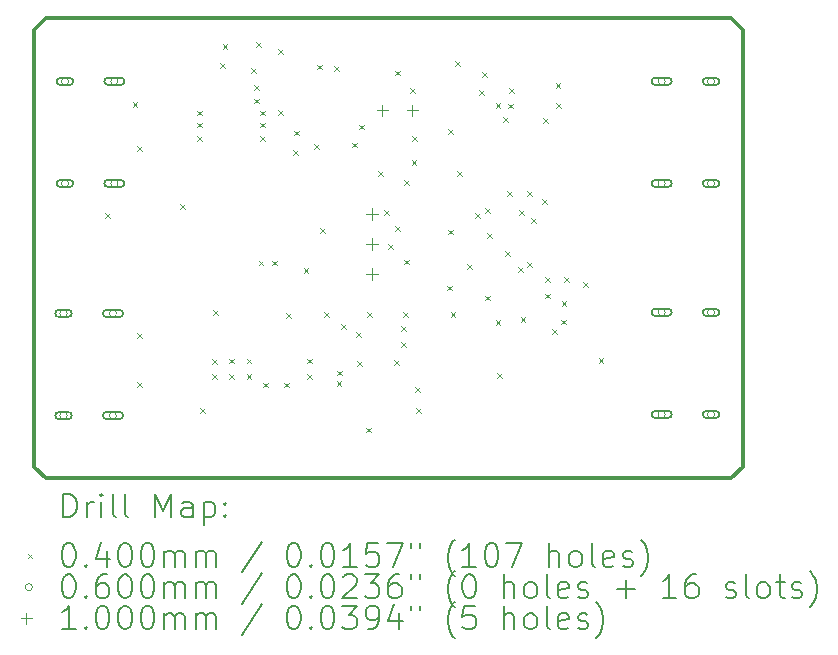
<source format=gbr>
%TF.GenerationSoftware,KiCad,Pcbnew,7.0.7*%
%TF.CreationDate,2023-09-25T17:24:35-05:00*%
%TF.ProjectId,KiVM,4b69564d-2e6b-4696-9361-645f70636258,rev?*%
%TF.SameCoordinates,Original*%
%TF.FileFunction,Drillmap*%
%TF.FilePolarity,Positive*%
%FSLAX45Y45*%
G04 Gerber Fmt 4.5, Leading zero omitted, Abs format (unit mm)*
G04 Created by KiCad (PCBNEW 7.0.7) date 2023-09-25 17:24:35*
%MOMM*%
%LPD*%
G01*
G04 APERTURE LIST*
%ADD10C,0.349999*%
%ADD11C,0.200000*%
%ADD12C,0.040000*%
%ADD13C,0.060000*%
%ADD14C,0.100000*%
G04 APERTURE END LIST*
D10*
X11898960Y-13497720D02*
X11898960Y-9797720D01*
X11998960Y-9697720D02*
X17798960Y-9697720D01*
X11998960Y-13597720D02*
X11898960Y-13497720D01*
X11998960Y-9697720D02*
X11898960Y-9797720D01*
X17898960Y-13497720D02*
X17898960Y-9797720D01*
X11998960Y-13597720D02*
X17798960Y-13597720D01*
X17798960Y-13597720D02*
X17898960Y-13497720D01*
X17798960Y-9697720D02*
X17898960Y-9797720D01*
D11*
D12*
X12497120Y-11354120D02*
X12537120Y-11394120D01*
X12537120Y-11354120D02*
X12497120Y-11394120D01*
X12730800Y-10409240D02*
X12770800Y-10449240D01*
X12770800Y-10409240D02*
X12730800Y-10449240D01*
X12771440Y-10785160D02*
X12811440Y-10825160D01*
X12811440Y-10785160D02*
X12771440Y-10825160D01*
X12771440Y-12365040D02*
X12811440Y-12405040D01*
X12811440Y-12365040D02*
X12771440Y-12405040D01*
X12771440Y-12781600D02*
X12811440Y-12821600D01*
X12811440Y-12781600D02*
X12771440Y-12821600D01*
X13132120Y-11272840D02*
X13172120Y-11312840D01*
X13172120Y-11272840D02*
X13132120Y-11312840D01*
X13276900Y-10482900D02*
X13316900Y-10522900D01*
X13316900Y-10482900D02*
X13276900Y-10522900D01*
X13276900Y-10584500D02*
X13316900Y-10624500D01*
X13316900Y-10584500D02*
X13276900Y-10624500D01*
X13276900Y-10698800D02*
X13316900Y-10738800D01*
X13316900Y-10698800D02*
X13276900Y-10738800D01*
X13299760Y-13000040D02*
X13339760Y-13040040D01*
X13339760Y-13000040D02*
X13299760Y-13040040D01*
X13401360Y-12588560D02*
X13441360Y-12628560D01*
X13441360Y-12588560D02*
X13401360Y-12628560D01*
X13401360Y-12715560D02*
X13441360Y-12755560D01*
X13441360Y-12715560D02*
X13401360Y-12755560D01*
X13411520Y-12172000D02*
X13451520Y-12212000D01*
X13451520Y-12172000D02*
X13411520Y-12212000D01*
X13472480Y-10084120D02*
X13512480Y-10124120D01*
X13512480Y-10084120D02*
X13472480Y-10124120D01*
X13492800Y-9921560D02*
X13532800Y-9961560D01*
X13532800Y-9921560D02*
X13492800Y-9961560D01*
X13548680Y-12583480D02*
X13588680Y-12623480D01*
X13588680Y-12583480D02*
X13548680Y-12623480D01*
X13548680Y-12715560D02*
X13588680Y-12755560D01*
X13588680Y-12715560D02*
X13548680Y-12755560D01*
X13696000Y-12583480D02*
X13736000Y-12623480D01*
X13736000Y-12583480D02*
X13696000Y-12623480D01*
X13696000Y-12715560D02*
X13736000Y-12755560D01*
X13736000Y-12715560D02*
X13696000Y-12755560D01*
X13731560Y-10124760D02*
X13771560Y-10164760D01*
X13771560Y-10124760D02*
X13731560Y-10164760D01*
X13759500Y-10267000D02*
X13799500Y-10307000D01*
X13799500Y-10267000D02*
X13759500Y-10307000D01*
X13759500Y-10381300D02*
X13799500Y-10421300D01*
X13799500Y-10381300D02*
X13759500Y-10421300D01*
X13777280Y-9906320D02*
X13817280Y-9946320D01*
X13817280Y-9906320D02*
X13777280Y-9946320D01*
X13797600Y-11752900D02*
X13837600Y-11792900D01*
X13837600Y-11752900D02*
X13797600Y-11792900D01*
X13810300Y-10482900D02*
X13850300Y-10522900D01*
X13850300Y-10482900D02*
X13810300Y-10522900D01*
X13810300Y-10584500D02*
X13850300Y-10624500D01*
X13850300Y-10584500D02*
X13810300Y-10624500D01*
X13810300Y-10698800D02*
X13850300Y-10738800D01*
X13850300Y-10698800D02*
X13810300Y-10738800D01*
X13838240Y-12786680D02*
X13878240Y-12826680D01*
X13878240Y-12786680D02*
X13838240Y-12826680D01*
X13911900Y-11752900D02*
X13951900Y-11792900D01*
X13951900Y-11752900D02*
X13911900Y-11792900D01*
X13960160Y-10480360D02*
X14000160Y-10520360D01*
X14000160Y-10480360D02*
X13960160Y-10520360D01*
X13965240Y-9962200D02*
X14005240Y-10002200D01*
X14005240Y-9962200D02*
X13965240Y-10002200D01*
X14016040Y-12786680D02*
X14056040Y-12826680D01*
X14056040Y-12786680D02*
X14016040Y-12826680D01*
X14031280Y-12197400D02*
X14071280Y-12237400D01*
X14071280Y-12197400D02*
X14031280Y-12237400D01*
X14092240Y-10815640D02*
X14132240Y-10855640D01*
X14132240Y-10815640D02*
X14092240Y-10855640D01*
X14097320Y-10653080D02*
X14137320Y-10693080D01*
X14137320Y-10653080D02*
X14097320Y-10693080D01*
X14178600Y-11816400D02*
X14218600Y-11856400D01*
X14218600Y-11816400D02*
X14178600Y-11856400D01*
X14209080Y-12583480D02*
X14249080Y-12623480D01*
X14249080Y-12583480D02*
X14209080Y-12623480D01*
X14209080Y-12715560D02*
X14249080Y-12755560D01*
X14249080Y-12715560D02*
X14209080Y-12755560D01*
X14264960Y-10769920D02*
X14304960Y-10809920D01*
X14304960Y-10769920D02*
X14264960Y-10809920D01*
X14290360Y-10094280D02*
X14330360Y-10134280D01*
X14330360Y-10094280D02*
X14290360Y-10134280D01*
X14315760Y-11481120D02*
X14355760Y-11521120D01*
X14355760Y-11481120D02*
X14315760Y-11521120D01*
X14351320Y-12192320D02*
X14391320Y-12232320D01*
X14391320Y-12192320D02*
X14351320Y-12232320D01*
X14437680Y-10104440D02*
X14477680Y-10144440D01*
X14477680Y-10104440D02*
X14437680Y-10144440D01*
X14458000Y-12771440D02*
X14498000Y-12811440D01*
X14498000Y-12771440D02*
X14458000Y-12811440D01*
X14463080Y-12685080D02*
X14503080Y-12725080D01*
X14503080Y-12685080D02*
X14463080Y-12725080D01*
X14493560Y-12293920D02*
X14533560Y-12333920D01*
X14533560Y-12293920D02*
X14493560Y-12333920D01*
X14590080Y-10754680D02*
X14630080Y-10794680D01*
X14630080Y-10754680D02*
X14590080Y-10794680D01*
X14620560Y-12359960D02*
X14660560Y-12399960D01*
X14660560Y-12359960D02*
X14620560Y-12399960D01*
X14631049Y-12603848D02*
X14671049Y-12643848D01*
X14671049Y-12603848D02*
X14631049Y-12643848D01*
X14651040Y-10602280D02*
X14691040Y-10642280D01*
X14691040Y-10602280D02*
X14651040Y-10642280D01*
X14706920Y-13167680D02*
X14746920Y-13207680D01*
X14746920Y-13167680D02*
X14706920Y-13207680D01*
X14717080Y-12192320D02*
X14757080Y-12232320D01*
X14757080Y-12192320D02*
X14717080Y-12232320D01*
X14808520Y-10993440D02*
X14848520Y-11033440D01*
X14848520Y-10993440D02*
X14808520Y-11033440D01*
X14859320Y-11323640D02*
X14899320Y-11363640D01*
X14899320Y-11323640D02*
X14859320Y-11363640D01*
X14894880Y-11613200D02*
X14934880Y-11653200D01*
X14934880Y-11613200D02*
X14894880Y-11653200D01*
X14945680Y-12593640D02*
X14985680Y-12633640D01*
X14985680Y-12593640D02*
X14945680Y-12633640D01*
X14950760Y-11460800D02*
X14990760Y-11500800D01*
X14990760Y-11460800D02*
X14950760Y-11500800D01*
X14955840Y-10145080D02*
X14995840Y-10185080D01*
X14995840Y-10145080D02*
X14955840Y-10185080D01*
X15001560Y-12309160D02*
X15041560Y-12349160D01*
X15041560Y-12309160D02*
X15001560Y-12349160D01*
X15006640Y-12441240D02*
X15046640Y-12481240D01*
X15046640Y-12441240D02*
X15006640Y-12481240D01*
X15021880Y-12187240D02*
X15061880Y-12227240D01*
X15061880Y-12187240D02*
X15021880Y-12227240D01*
X15032040Y-11074720D02*
X15072040Y-11114720D01*
X15072040Y-11074720D02*
X15032040Y-11114720D01*
X15032040Y-11745280D02*
X15072040Y-11785280D01*
X15072040Y-11745280D02*
X15032040Y-11785280D01*
X15082840Y-10292400D02*
X15122840Y-10332400D01*
X15122840Y-10292400D02*
X15082840Y-10332400D01*
X15093000Y-10902000D02*
X15133000Y-10942000D01*
X15133000Y-10902000D02*
X15093000Y-10942000D01*
X15098080Y-10698800D02*
X15138080Y-10738800D01*
X15138080Y-10698800D02*
X15098080Y-10738800D01*
X15123480Y-12822240D02*
X15163480Y-12862240D01*
X15163480Y-12822240D02*
X15123480Y-12862240D01*
X15128560Y-13005120D02*
X15168560Y-13045120D01*
X15168560Y-13005120D02*
X15128560Y-13045120D01*
X15390180Y-11966260D02*
X15430180Y-12006260D01*
X15430180Y-11966260D02*
X15390180Y-12006260D01*
X15402880Y-10637840D02*
X15442880Y-10677840D01*
X15442880Y-10637840D02*
X15402880Y-10677840D01*
X15402880Y-11491280D02*
X15442880Y-11531280D01*
X15442880Y-11491280D02*
X15402880Y-11531280D01*
X15423200Y-12187240D02*
X15463200Y-12227240D01*
X15463200Y-12187240D02*
X15423200Y-12227240D01*
X15461300Y-10063800D02*
X15501300Y-10103800D01*
X15501300Y-10063800D02*
X15461300Y-10103800D01*
X15479080Y-10998520D02*
X15519080Y-11038520D01*
X15519080Y-10998520D02*
X15479080Y-11038520D01*
X15560360Y-11780840D02*
X15600360Y-11820840D01*
X15600360Y-11780840D02*
X15560360Y-11820840D01*
X15628442Y-11353908D02*
X15668442Y-11393908D01*
X15668442Y-11353908D02*
X15628442Y-11393908D01*
X15667040Y-10307640D02*
X15707040Y-10347640D01*
X15707040Y-10307640D02*
X15667040Y-10347640D01*
X15692440Y-10155240D02*
X15732440Y-10195240D01*
X15732440Y-10155240D02*
X15692440Y-10195240D01*
X15717840Y-11308400D02*
X15757840Y-11348400D01*
X15757840Y-11308400D02*
X15717840Y-11348400D01*
X15717840Y-12050080D02*
X15757840Y-12090080D01*
X15757840Y-12050080D02*
X15717840Y-12090080D01*
X15733080Y-11521760D02*
X15773080Y-11561760D01*
X15773080Y-11521760D02*
X15733080Y-11561760D01*
X15804200Y-10419400D02*
X15844200Y-10459400D01*
X15844200Y-10419400D02*
X15804200Y-10459400D01*
X15804200Y-12258360D02*
X15844200Y-12298360D01*
X15844200Y-12258360D02*
X15804200Y-12298360D01*
X15814360Y-12705400D02*
X15854360Y-12745400D01*
X15854360Y-12705400D02*
X15814360Y-12745400D01*
X15870240Y-10541320D02*
X15910240Y-10581320D01*
X15910240Y-10541320D02*
X15870240Y-10581320D01*
X15885480Y-11674160D02*
X15925480Y-11714160D01*
X15925480Y-11674160D02*
X15885480Y-11714160D01*
X15900720Y-11166160D02*
X15940720Y-11206160D01*
X15940720Y-11166160D02*
X15900720Y-11206160D01*
X15910880Y-10424480D02*
X15950880Y-10464480D01*
X15950880Y-10424480D02*
X15910880Y-10464480D01*
X15921040Y-10292400D02*
X15961040Y-10332400D01*
X15961040Y-10292400D02*
X15921040Y-10332400D01*
X15994704Y-11809526D02*
X16034704Y-11849526D01*
X16034704Y-11809526D02*
X15994704Y-11849526D01*
X16002320Y-11328720D02*
X16042320Y-11368720D01*
X16042320Y-11328720D02*
X16002320Y-11368720D01*
X16015020Y-12232960D02*
X16055020Y-12272960D01*
X16055020Y-12232960D02*
X16015020Y-12272960D01*
X16073440Y-11166160D02*
X16113440Y-11206160D01*
X16113440Y-11166160D02*
X16073440Y-11206160D01*
X16073440Y-11765600D02*
X16113440Y-11805600D01*
X16113440Y-11765600D02*
X16073440Y-11805600D01*
X16103920Y-11394760D02*
X16143920Y-11434760D01*
X16143920Y-11394760D02*
X16103920Y-11434760D01*
X16200440Y-11232200D02*
X16240440Y-11272200D01*
X16240440Y-11232200D02*
X16200440Y-11272200D01*
X16205520Y-10546400D02*
X16245520Y-10586400D01*
X16245520Y-10546400D02*
X16205520Y-10586400D01*
X16223300Y-11892600D02*
X16263300Y-11932600D01*
X16263300Y-11892600D02*
X16223300Y-11932600D01*
X16223300Y-12032300D02*
X16263300Y-12072300D01*
X16263300Y-12032300D02*
X16223300Y-12072300D01*
X16281720Y-12334560D02*
X16321720Y-12374560D01*
X16321720Y-12334560D02*
X16281720Y-12374560D01*
X16312200Y-10249330D02*
X16352200Y-10289330D01*
X16352200Y-10249330D02*
X16312200Y-10289330D01*
X16317280Y-10419400D02*
X16357280Y-10459400D01*
X16357280Y-10419400D02*
X16317280Y-10459400D01*
X16357920Y-12253280D02*
X16397920Y-12293280D01*
X16397920Y-12253280D02*
X16357920Y-12293280D01*
X16363000Y-12095800D02*
X16403000Y-12135800D01*
X16403000Y-12095800D02*
X16363000Y-12135800D01*
X16380780Y-11895140D02*
X16420780Y-11935140D01*
X16420780Y-11895140D02*
X16380780Y-11935140D01*
X16545880Y-11933240D02*
X16585880Y-11973240D01*
X16585880Y-11933240D02*
X16545880Y-11973240D01*
X16675400Y-12580940D02*
X16715400Y-12620940D01*
X16715400Y-12580940D02*
X16675400Y-12620940D01*
D13*
X12175200Y-12201400D02*
G75*
G03*
X12175200Y-12201400I-30000J0D01*
G01*
D11*
X12185200Y-12171400D02*
X12105200Y-12171400D01*
X12105200Y-12171400D02*
G75*
G03*
X12105200Y-12231400I0J-30000D01*
G01*
X12105200Y-12231400D02*
X12185200Y-12231400D01*
X12185200Y-12231400D02*
G75*
G03*
X12185200Y-12171400I0J30000D01*
G01*
D13*
X12175200Y-13065400D02*
G75*
G03*
X12175200Y-13065400I-30000J0D01*
G01*
D11*
X12185200Y-13035400D02*
X12105200Y-13035400D01*
X12105200Y-13035400D02*
G75*
G03*
X12105200Y-13095400I0J-30000D01*
G01*
X12105200Y-13095400D02*
X12185200Y-13095400D01*
X12185200Y-13095400D02*
G75*
G03*
X12185200Y-13035400I0J30000D01*
G01*
D13*
X12187600Y-10236000D02*
G75*
G03*
X12187600Y-10236000I-30000J0D01*
G01*
D11*
X12197600Y-10206000D02*
X12117600Y-10206000D01*
X12117600Y-10206000D02*
G75*
G03*
X12117600Y-10266000I0J-30000D01*
G01*
X12117600Y-10266000D02*
X12197600Y-10266000D01*
X12197600Y-10266000D02*
G75*
G03*
X12197600Y-10206000I0J30000D01*
G01*
D13*
X12187600Y-11100000D02*
G75*
G03*
X12187600Y-11100000I-30000J0D01*
G01*
D11*
X12197600Y-11070000D02*
X12117600Y-11070000D01*
X12117600Y-11070000D02*
G75*
G03*
X12117600Y-11130000I0J-30000D01*
G01*
X12117600Y-11130000D02*
X12197600Y-11130000D01*
X12197600Y-11130000D02*
G75*
G03*
X12197600Y-11070000I0J30000D01*
G01*
D13*
X12593200Y-12201400D02*
G75*
G03*
X12593200Y-12201400I-30000J0D01*
G01*
D11*
X12618200Y-12171400D02*
X12508200Y-12171400D01*
X12508200Y-12171400D02*
G75*
G03*
X12508200Y-12231400I0J-30000D01*
G01*
X12508200Y-12231400D02*
X12618200Y-12231400D01*
X12618200Y-12231400D02*
G75*
G03*
X12618200Y-12171400I0J30000D01*
G01*
D13*
X12593200Y-13065400D02*
G75*
G03*
X12593200Y-13065400I-30000J0D01*
G01*
D11*
X12618200Y-13035400D02*
X12508200Y-13035400D01*
X12508200Y-13035400D02*
G75*
G03*
X12508200Y-13095400I0J-30000D01*
G01*
X12508200Y-13095400D02*
X12618200Y-13095400D01*
X12618200Y-13095400D02*
G75*
G03*
X12618200Y-13035400I0J30000D01*
G01*
D13*
X12605600Y-10236000D02*
G75*
G03*
X12605600Y-10236000I-30000J0D01*
G01*
D11*
X12630600Y-10206000D02*
X12520600Y-10206000D01*
X12520600Y-10206000D02*
G75*
G03*
X12520600Y-10266000I0J-30000D01*
G01*
X12520600Y-10266000D02*
X12630600Y-10266000D01*
X12630600Y-10266000D02*
G75*
G03*
X12630600Y-10206000I0J30000D01*
G01*
D13*
X12605600Y-11100000D02*
G75*
G03*
X12605600Y-11100000I-30000J0D01*
G01*
D11*
X12630600Y-11070000D02*
X12520600Y-11070000D01*
X12520600Y-11070000D02*
G75*
G03*
X12520600Y-11130000I0J-30000D01*
G01*
X12520600Y-11130000D02*
X12630600Y-11130000D01*
X12630600Y-11130000D02*
G75*
G03*
X12630600Y-11070000I0J30000D01*
G01*
D13*
X17239600Y-10236000D02*
G75*
G03*
X17239600Y-10236000I-30000J0D01*
G01*
D11*
X17154600Y-10266000D02*
X17264600Y-10266000D01*
X17264600Y-10266000D02*
G75*
G03*
X17264600Y-10206000I0J30000D01*
G01*
X17264600Y-10206000D02*
X17154600Y-10206000D01*
X17154600Y-10206000D02*
G75*
G03*
X17154600Y-10266000I0J-30000D01*
G01*
D13*
X17239600Y-11100000D02*
G75*
G03*
X17239600Y-11100000I-30000J0D01*
G01*
D11*
X17154600Y-11130000D02*
X17264600Y-11130000D01*
X17264600Y-11130000D02*
G75*
G03*
X17264600Y-11070000I0J30000D01*
G01*
X17264600Y-11070000D02*
X17154600Y-11070000D01*
X17154600Y-11070000D02*
G75*
G03*
X17154600Y-11130000I0J-30000D01*
G01*
D13*
X17239600Y-12191800D02*
G75*
G03*
X17239600Y-12191800I-30000J0D01*
G01*
D11*
X17154600Y-12221800D02*
X17264600Y-12221800D01*
X17264600Y-12221800D02*
G75*
G03*
X17264600Y-12161800I0J30000D01*
G01*
X17264600Y-12161800D02*
X17154600Y-12161800D01*
X17154600Y-12161800D02*
G75*
G03*
X17154600Y-12221800I0J-30000D01*
G01*
D13*
X17239600Y-13055800D02*
G75*
G03*
X17239600Y-13055800I-30000J0D01*
G01*
D11*
X17154600Y-13085800D02*
X17264600Y-13085800D01*
X17264600Y-13085800D02*
G75*
G03*
X17264600Y-13025800I0J30000D01*
G01*
X17264600Y-13025800D02*
X17154600Y-13025800D01*
X17154600Y-13025800D02*
G75*
G03*
X17154600Y-13085800I0J-30000D01*
G01*
D13*
X17657600Y-10236000D02*
G75*
G03*
X17657600Y-10236000I-30000J0D01*
G01*
D11*
X17587600Y-10266000D02*
X17667600Y-10266000D01*
X17667600Y-10266000D02*
G75*
G03*
X17667600Y-10206000I0J30000D01*
G01*
X17667600Y-10206000D02*
X17587600Y-10206000D01*
X17587600Y-10206000D02*
G75*
G03*
X17587600Y-10266000I0J-30000D01*
G01*
D13*
X17657600Y-11100000D02*
G75*
G03*
X17657600Y-11100000I-30000J0D01*
G01*
D11*
X17587600Y-11130000D02*
X17667600Y-11130000D01*
X17667600Y-11130000D02*
G75*
G03*
X17667600Y-11070000I0J30000D01*
G01*
X17667600Y-11070000D02*
X17587600Y-11070000D01*
X17587600Y-11070000D02*
G75*
G03*
X17587600Y-11130000I0J-30000D01*
G01*
D13*
X17657600Y-12191800D02*
G75*
G03*
X17657600Y-12191800I-30000J0D01*
G01*
D11*
X17587600Y-12221800D02*
X17667600Y-12221800D01*
X17667600Y-12221800D02*
G75*
G03*
X17667600Y-12161800I0J30000D01*
G01*
X17667600Y-12161800D02*
X17587600Y-12161800D01*
X17587600Y-12161800D02*
G75*
G03*
X17587600Y-12221800I0J-30000D01*
G01*
D13*
X17657600Y-13055800D02*
G75*
G03*
X17657600Y-13055800I-30000J0D01*
G01*
D11*
X17587600Y-13085800D02*
X17667600Y-13085800D01*
X17667600Y-13085800D02*
G75*
G03*
X17667600Y-13025800I0J30000D01*
G01*
X17667600Y-13025800D02*
X17587600Y-13025800D01*
X17587600Y-13025800D02*
G75*
G03*
X17587600Y-13085800I0J-30000D01*
G01*
D14*
X14757400Y-11308880D02*
X14757400Y-11408880D01*
X14707400Y-11358880D02*
X14807400Y-11358880D01*
X14757400Y-11562880D02*
X14757400Y-11662880D01*
X14707400Y-11612880D02*
X14807400Y-11612880D01*
X14757400Y-11816880D02*
X14757400Y-11916880D01*
X14707400Y-11866880D02*
X14807400Y-11866880D01*
X14845760Y-10432620D02*
X14845760Y-10532620D01*
X14795760Y-10482620D02*
X14895760Y-10482620D01*
X15099760Y-10432620D02*
X15099760Y-10532620D01*
X15049760Y-10482620D02*
X15149760Y-10482620D01*
D11*
X12142237Y-13926703D02*
X12142237Y-13726703D01*
X12142237Y-13726703D02*
X12189856Y-13726703D01*
X12189856Y-13726703D02*
X12218427Y-13736227D01*
X12218427Y-13736227D02*
X12237475Y-13755275D01*
X12237475Y-13755275D02*
X12246999Y-13774322D01*
X12246999Y-13774322D02*
X12256523Y-13812418D01*
X12256523Y-13812418D02*
X12256523Y-13840989D01*
X12256523Y-13840989D02*
X12246999Y-13879084D01*
X12246999Y-13879084D02*
X12237475Y-13898132D01*
X12237475Y-13898132D02*
X12218427Y-13917180D01*
X12218427Y-13917180D02*
X12189856Y-13926703D01*
X12189856Y-13926703D02*
X12142237Y-13926703D01*
X12342237Y-13926703D02*
X12342237Y-13793370D01*
X12342237Y-13831465D02*
X12351761Y-13812418D01*
X12351761Y-13812418D02*
X12361284Y-13802894D01*
X12361284Y-13802894D02*
X12380332Y-13793370D01*
X12380332Y-13793370D02*
X12399380Y-13793370D01*
X12466046Y-13926703D02*
X12466046Y-13793370D01*
X12466046Y-13726703D02*
X12456523Y-13736227D01*
X12456523Y-13736227D02*
X12466046Y-13745751D01*
X12466046Y-13745751D02*
X12475570Y-13736227D01*
X12475570Y-13736227D02*
X12466046Y-13726703D01*
X12466046Y-13726703D02*
X12466046Y-13745751D01*
X12589856Y-13926703D02*
X12570808Y-13917180D01*
X12570808Y-13917180D02*
X12561284Y-13898132D01*
X12561284Y-13898132D02*
X12561284Y-13726703D01*
X12694618Y-13926703D02*
X12675570Y-13917180D01*
X12675570Y-13917180D02*
X12666046Y-13898132D01*
X12666046Y-13898132D02*
X12666046Y-13726703D01*
X12923189Y-13926703D02*
X12923189Y-13726703D01*
X12923189Y-13726703D02*
X12989856Y-13869561D01*
X12989856Y-13869561D02*
X13056523Y-13726703D01*
X13056523Y-13726703D02*
X13056523Y-13926703D01*
X13237475Y-13926703D02*
X13237475Y-13821942D01*
X13237475Y-13821942D02*
X13227951Y-13802894D01*
X13227951Y-13802894D02*
X13208904Y-13793370D01*
X13208904Y-13793370D02*
X13170808Y-13793370D01*
X13170808Y-13793370D02*
X13151761Y-13802894D01*
X13237475Y-13917180D02*
X13218427Y-13926703D01*
X13218427Y-13926703D02*
X13170808Y-13926703D01*
X13170808Y-13926703D02*
X13151761Y-13917180D01*
X13151761Y-13917180D02*
X13142237Y-13898132D01*
X13142237Y-13898132D02*
X13142237Y-13879084D01*
X13142237Y-13879084D02*
X13151761Y-13860037D01*
X13151761Y-13860037D02*
X13170808Y-13850513D01*
X13170808Y-13850513D02*
X13218427Y-13850513D01*
X13218427Y-13850513D02*
X13237475Y-13840989D01*
X13332713Y-13793370D02*
X13332713Y-13993370D01*
X13332713Y-13802894D02*
X13351761Y-13793370D01*
X13351761Y-13793370D02*
X13389856Y-13793370D01*
X13389856Y-13793370D02*
X13408904Y-13802894D01*
X13408904Y-13802894D02*
X13418427Y-13812418D01*
X13418427Y-13812418D02*
X13427951Y-13831465D01*
X13427951Y-13831465D02*
X13427951Y-13888608D01*
X13427951Y-13888608D02*
X13418427Y-13907656D01*
X13418427Y-13907656D02*
X13408904Y-13917180D01*
X13408904Y-13917180D02*
X13389856Y-13926703D01*
X13389856Y-13926703D02*
X13351761Y-13926703D01*
X13351761Y-13926703D02*
X13332713Y-13917180D01*
X13513665Y-13907656D02*
X13523189Y-13917180D01*
X13523189Y-13917180D02*
X13513665Y-13926703D01*
X13513665Y-13926703D02*
X13504142Y-13917180D01*
X13504142Y-13917180D02*
X13513665Y-13907656D01*
X13513665Y-13907656D02*
X13513665Y-13926703D01*
X13513665Y-13802894D02*
X13523189Y-13812418D01*
X13523189Y-13812418D02*
X13513665Y-13821942D01*
X13513665Y-13821942D02*
X13504142Y-13812418D01*
X13504142Y-13812418D02*
X13513665Y-13802894D01*
X13513665Y-13802894D02*
X13513665Y-13821942D01*
D12*
X11841460Y-14235220D02*
X11881460Y-14275220D01*
X11881460Y-14235220D02*
X11841460Y-14275220D01*
D11*
X12180332Y-14146703D02*
X12199380Y-14146703D01*
X12199380Y-14146703D02*
X12218427Y-14156227D01*
X12218427Y-14156227D02*
X12227951Y-14165751D01*
X12227951Y-14165751D02*
X12237475Y-14184799D01*
X12237475Y-14184799D02*
X12246999Y-14222894D01*
X12246999Y-14222894D02*
X12246999Y-14270513D01*
X12246999Y-14270513D02*
X12237475Y-14308608D01*
X12237475Y-14308608D02*
X12227951Y-14327656D01*
X12227951Y-14327656D02*
X12218427Y-14337180D01*
X12218427Y-14337180D02*
X12199380Y-14346703D01*
X12199380Y-14346703D02*
X12180332Y-14346703D01*
X12180332Y-14346703D02*
X12161284Y-14337180D01*
X12161284Y-14337180D02*
X12151761Y-14327656D01*
X12151761Y-14327656D02*
X12142237Y-14308608D01*
X12142237Y-14308608D02*
X12132713Y-14270513D01*
X12132713Y-14270513D02*
X12132713Y-14222894D01*
X12132713Y-14222894D02*
X12142237Y-14184799D01*
X12142237Y-14184799D02*
X12151761Y-14165751D01*
X12151761Y-14165751D02*
X12161284Y-14156227D01*
X12161284Y-14156227D02*
X12180332Y-14146703D01*
X12332713Y-14327656D02*
X12342237Y-14337180D01*
X12342237Y-14337180D02*
X12332713Y-14346703D01*
X12332713Y-14346703D02*
X12323189Y-14337180D01*
X12323189Y-14337180D02*
X12332713Y-14327656D01*
X12332713Y-14327656D02*
X12332713Y-14346703D01*
X12513665Y-14213370D02*
X12513665Y-14346703D01*
X12466046Y-14137180D02*
X12418427Y-14280037D01*
X12418427Y-14280037D02*
X12542237Y-14280037D01*
X12656523Y-14146703D02*
X12675570Y-14146703D01*
X12675570Y-14146703D02*
X12694618Y-14156227D01*
X12694618Y-14156227D02*
X12704142Y-14165751D01*
X12704142Y-14165751D02*
X12713665Y-14184799D01*
X12713665Y-14184799D02*
X12723189Y-14222894D01*
X12723189Y-14222894D02*
X12723189Y-14270513D01*
X12723189Y-14270513D02*
X12713665Y-14308608D01*
X12713665Y-14308608D02*
X12704142Y-14327656D01*
X12704142Y-14327656D02*
X12694618Y-14337180D01*
X12694618Y-14337180D02*
X12675570Y-14346703D01*
X12675570Y-14346703D02*
X12656523Y-14346703D01*
X12656523Y-14346703D02*
X12637475Y-14337180D01*
X12637475Y-14337180D02*
X12627951Y-14327656D01*
X12627951Y-14327656D02*
X12618427Y-14308608D01*
X12618427Y-14308608D02*
X12608904Y-14270513D01*
X12608904Y-14270513D02*
X12608904Y-14222894D01*
X12608904Y-14222894D02*
X12618427Y-14184799D01*
X12618427Y-14184799D02*
X12627951Y-14165751D01*
X12627951Y-14165751D02*
X12637475Y-14156227D01*
X12637475Y-14156227D02*
X12656523Y-14146703D01*
X12846999Y-14146703D02*
X12866046Y-14146703D01*
X12866046Y-14146703D02*
X12885094Y-14156227D01*
X12885094Y-14156227D02*
X12894618Y-14165751D01*
X12894618Y-14165751D02*
X12904142Y-14184799D01*
X12904142Y-14184799D02*
X12913665Y-14222894D01*
X12913665Y-14222894D02*
X12913665Y-14270513D01*
X12913665Y-14270513D02*
X12904142Y-14308608D01*
X12904142Y-14308608D02*
X12894618Y-14327656D01*
X12894618Y-14327656D02*
X12885094Y-14337180D01*
X12885094Y-14337180D02*
X12866046Y-14346703D01*
X12866046Y-14346703D02*
X12846999Y-14346703D01*
X12846999Y-14346703D02*
X12827951Y-14337180D01*
X12827951Y-14337180D02*
X12818427Y-14327656D01*
X12818427Y-14327656D02*
X12808904Y-14308608D01*
X12808904Y-14308608D02*
X12799380Y-14270513D01*
X12799380Y-14270513D02*
X12799380Y-14222894D01*
X12799380Y-14222894D02*
X12808904Y-14184799D01*
X12808904Y-14184799D02*
X12818427Y-14165751D01*
X12818427Y-14165751D02*
X12827951Y-14156227D01*
X12827951Y-14156227D02*
X12846999Y-14146703D01*
X12999380Y-14346703D02*
X12999380Y-14213370D01*
X12999380Y-14232418D02*
X13008904Y-14222894D01*
X13008904Y-14222894D02*
X13027951Y-14213370D01*
X13027951Y-14213370D02*
X13056523Y-14213370D01*
X13056523Y-14213370D02*
X13075570Y-14222894D01*
X13075570Y-14222894D02*
X13085094Y-14241942D01*
X13085094Y-14241942D02*
X13085094Y-14346703D01*
X13085094Y-14241942D02*
X13094618Y-14222894D01*
X13094618Y-14222894D02*
X13113665Y-14213370D01*
X13113665Y-14213370D02*
X13142237Y-14213370D01*
X13142237Y-14213370D02*
X13161285Y-14222894D01*
X13161285Y-14222894D02*
X13170808Y-14241942D01*
X13170808Y-14241942D02*
X13170808Y-14346703D01*
X13266046Y-14346703D02*
X13266046Y-14213370D01*
X13266046Y-14232418D02*
X13275570Y-14222894D01*
X13275570Y-14222894D02*
X13294618Y-14213370D01*
X13294618Y-14213370D02*
X13323189Y-14213370D01*
X13323189Y-14213370D02*
X13342237Y-14222894D01*
X13342237Y-14222894D02*
X13351761Y-14241942D01*
X13351761Y-14241942D02*
X13351761Y-14346703D01*
X13351761Y-14241942D02*
X13361285Y-14222894D01*
X13361285Y-14222894D02*
X13380332Y-14213370D01*
X13380332Y-14213370D02*
X13408904Y-14213370D01*
X13408904Y-14213370D02*
X13427951Y-14222894D01*
X13427951Y-14222894D02*
X13437475Y-14241942D01*
X13437475Y-14241942D02*
X13437475Y-14346703D01*
X13827951Y-14137180D02*
X13656523Y-14394322D01*
X14085094Y-14146703D02*
X14104142Y-14146703D01*
X14104142Y-14146703D02*
X14123189Y-14156227D01*
X14123189Y-14156227D02*
X14132713Y-14165751D01*
X14132713Y-14165751D02*
X14142237Y-14184799D01*
X14142237Y-14184799D02*
X14151761Y-14222894D01*
X14151761Y-14222894D02*
X14151761Y-14270513D01*
X14151761Y-14270513D02*
X14142237Y-14308608D01*
X14142237Y-14308608D02*
X14132713Y-14327656D01*
X14132713Y-14327656D02*
X14123189Y-14337180D01*
X14123189Y-14337180D02*
X14104142Y-14346703D01*
X14104142Y-14346703D02*
X14085094Y-14346703D01*
X14085094Y-14346703D02*
X14066047Y-14337180D01*
X14066047Y-14337180D02*
X14056523Y-14327656D01*
X14056523Y-14327656D02*
X14046999Y-14308608D01*
X14046999Y-14308608D02*
X14037475Y-14270513D01*
X14037475Y-14270513D02*
X14037475Y-14222894D01*
X14037475Y-14222894D02*
X14046999Y-14184799D01*
X14046999Y-14184799D02*
X14056523Y-14165751D01*
X14056523Y-14165751D02*
X14066047Y-14156227D01*
X14066047Y-14156227D02*
X14085094Y-14146703D01*
X14237475Y-14327656D02*
X14246999Y-14337180D01*
X14246999Y-14337180D02*
X14237475Y-14346703D01*
X14237475Y-14346703D02*
X14227951Y-14337180D01*
X14227951Y-14337180D02*
X14237475Y-14327656D01*
X14237475Y-14327656D02*
X14237475Y-14346703D01*
X14370808Y-14146703D02*
X14389856Y-14146703D01*
X14389856Y-14146703D02*
X14408904Y-14156227D01*
X14408904Y-14156227D02*
X14418428Y-14165751D01*
X14418428Y-14165751D02*
X14427951Y-14184799D01*
X14427951Y-14184799D02*
X14437475Y-14222894D01*
X14437475Y-14222894D02*
X14437475Y-14270513D01*
X14437475Y-14270513D02*
X14427951Y-14308608D01*
X14427951Y-14308608D02*
X14418428Y-14327656D01*
X14418428Y-14327656D02*
X14408904Y-14337180D01*
X14408904Y-14337180D02*
X14389856Y-14346703D01*
X14389856Y-14346703D02*
X14370808Y-14346703D01*
X14370808Y-14346703D02*
X14351761Y-14337180D01*
X14351761Y-14337180D02*
X14342237Y-14327656D01*
X14342237Y-14327656D02*
X14332713Y-14308608D01*
X14332713Y-14308608D02*
X14323189Y-14270513D01*
X14323189Y-14270513D02*
X14323189Y-14222894D01*
X14323189Y-14222894D02*
X14332713Y-14184799D01*
X14332713Y-14184799D02*
X14342237Y-14165751D01*
X14342237Y-14165751D02*
X14351761Y-14156227D01*
X14351761Y-14156227D02*
X14370808Y-14146703D01*
X14627951Y-14346703D02*
X14513666Y-14346703D01*
X14570808Y-14346703D02*
X14570808Y-14146703D01*
X14570808Y-14146703D02*
X14551761Y-14175275D01*
X14551761Y-14175275D02*
X14532713Y-14194322D01*
X14532713Y-14194322D02*
X14513666Y-14203846D01*
X14808904Y-14146703D02*
X14713666Y-14146703D01*
X14713666Y-14146703D02*
X14704142Y-14241942D01*
X14704142Y-14241942D02*
X14713666Y-14232418D01*
X14713666Y-14232418D02*
X14732713Y-14222894D01*
X14732713Y-14222894D02*
X14780332Y-14222894D01*
X14780332Y-14222894D02*
X14799380Y-14232418D01*
X14799380Y-14232418D02*
X14808904Y-14241942D01*
X14808904Y-14241942D02*
X14818428Y-14260989D01*
X14818428Y-14260989D02*
X14818428Y-14308608D01*
X14818428Y-14308608D02*
X14808904Y-14327656D01*
X14808904Y-14327656D02*
X14799380Y-14337180D01*
X14799380Y-14337180D02*
X14780332Y-14346703D01*
X14780332Y-14346703D02*
X14732713Y-14346703D01*
X14732713Y-14346703D02*
X14713666Y-14337180D01*
X14713666Y-14337180D02*
X14704142Y-14327656D01*
X14885094Y-14146703D02*
X15018428Y-14146703D01*
X15018428Y-14146703D02*
X14932713Y-14346703D01*
X15085094Y-14146703D02*
X15085094Y-14184799D01*
X15161285Y-14146703D02*
X15161285Y-14184799D01*
X15456523Y-14422894D02*
X15446999Y-14413370D01*
X15446999Y-14413370D02*
X15427951Y-14384799D01*
X15427951Y-14384799D02*
X15418428Y-14365751D01*
X15418428Y-14365751D02*
X15408904Y-14337180D01*
X15408904Y-14337180D02*
X15399380Y-14289561D01*
X15399380Y-14289561D02*
X15399380Y-14251465D01*
X15399380Y-14251465D02*
X15408904Y-14203846D01*
X15408904Y-14203846D02*
X15418428Y-14175275D01*
X15418428Y-14175275D02*
X15427951Y-14156227D01*
X15427951Y-14156227D02*
X15446999Y-14127656D01*
X15446999Y-14127656D02*
X15456523Y-14118132D01*
X15637475Y-14346703D02*
X15523190Y-14346703D01*
X15580332Y-14346703D02*
X15580332Y-14146703D01*
X15580332Y-14146703D02*
X15561285Y-14175275D01*
X15561285Y-14175275D02*
X15542237Y-14194322D01*
X15542237Y-14194322D02*
X15523190Y-14203846D01*
X15761285Y-14146703D02*
X15780332Y-14146703D01*
X15780332Y-14146703D02*
X15799380Y-14156227D01*
X15799380Y-14156227D02*
X15808904Y-14165751D01*
X15808904Y-14165751D02*
X15818428Y-14184799D01*
X15818428Y-14184799D02*
X15827951Y-14222894D01*
X15827951Y-14222894D02*
X15827951Y-14270513D01*
X15827951Y-14270513D02*
X15818428Y-14308608D01*
X15818428Y-14308608D02*
X15808904Y-14327656D01*
X15808904Y-14327656D02*
X15799380Y-14337180D01*
X15799380Y-14337180D02*
X15780332Y-14346703D01*
X15780332Y-14346703D02*
X15761285Y-14346703D01*
X15761285Y-14346703D02*
X15742237Y-14337180D01*
X15742237Y-14337180D02*
X15732713Y-14327656D01*
X15732713Y-14327656D02*
X15723190Y-14308608D01*
X15723190Y-14308608D02*
X15713666Y-14270513D01*
X15713666Y-14270513D02*
X15713666Y-14222894D01*
X15713666Y-14222894D02*
X15723190Y-14184799D01*
X15723190Y-14184799D02*
X15732713Y-14165751D01*
X15732713Y-14165751D02*
X15742237Y-14156227D01*
X15742237Y-14156227D02*
X15761285Y-14146703D01*
X15894618Y-14146703D02*
X16027951Y-14146703D01*
X16027951Y-14146703D02*
X15942237Y-14346703D01*
X16256523Y-14346703D02*
X16256523Y-14146703D01*
X16342237Y-14346703D02*
X16342237Y-14241942D01*
X16342237Y-14241942D02*
X16332713Y-14222894D01*
X16332713Y-14222894D02*
X16313666Y-14213370D01*
X16313666Y-14213370D02*
X16285094Y-14213370D01*
X16285094Y-14213370D02*
X16266047Y-14222894D01*
X16266047Y-14222894D02*
X16256523Y-14232418D01*
X16466047Y-14346703D02*
X16446999Y-14337180D01*
X16446999Y-14337180D02*
X16437475Y-14327656D01*
X16437475Y-14327656D02*
X16427952Y-14308608D01*
X16427952Y-14308608D02*
X16427952Y-14251465D01*
X16427952Y-14251465D02*
X16437475Y-14232418D01*
X16437475Y-14232418D02*
X16446999Y-14222894D01*
X16446999Y-14222894D02*
X16466047Y-14213370D01*
X16466047Y-14213370D02*
X16494618Y-14213370D01*
X16494618Y-14213370D02*
X16513666Y-14222894D01*
X16513666Y-14222894D02*
X16523190Y-14232418D01*
X16523190Y-14232418D02*
X16532713Y-14251465D01*
X16532713Y-14251465D02*
X16532713Y-14308608D01*
X16532713Y-14308608D02*
X16523190Y-14327656D01*
X16523190Y-14327656D02*
X16513666Y-14337180D01*
X16513666Y-14337180D02*
X16494618Y-14346703D01*
X16494618Y-14346703D02*
X16466047Y-14346703D01*
X16646999Y-14346703D02*
X16627952Y-14337180D01*
X16627952Y-14337180D02*
X16618428Y-14318132D01*
X16618428Y-14318132D02*
X16618428Y-14146703D01*
X16799380Y-14337180D02*
X16780333Y-14346703D01*
X16780333Y-14346703D02*
X16742237Y-14346703D01*
X16742237Y-14346703D02*
X16723190Y-14337180D01*
X16723190Y-14337180D02*
X16713666Y-14318132D01*
X16713666Y-14318132D02*
X16713666Y-14241942D01*
X16713666Y-14241942D02*
X16723190Y-14222894D01*
X16723190Y-14222894D02*
X16742237Y-14213370D01*
X16742237Y-14213370D02*
X16780333Y-14213370D01*
X16780333Y-14213370D02*
X16799380Y-14222894D01*
X16799380Y-14222894D02*
X16808904Y-14241942D01*
X16808904Y-14241942D02*
X16808904Y-14260989D01*
X16808904Y-14260989D02*
X16713666Y-14280037D01*
X16885095Y-14337180D02*
X16904142Y-14346703D01*
X16904142Y-14346703D02*
X16942237Y-14346703D01*
X16942237Y-14346703D02*
X16961285Y-14337180D01*
X16961285Y-14337180D02*
X16970809Y-14318132D01*
X16970809Y-14318132D02*
X16970809Y-14308608D01*
X16970809Y-14308608D02*
X16961285Y-14289561D01*
X16961285Y-14289561D02*
X16942237Y-14280037D01*
X16942237Y-14280037D02*
X16913666Y-14280037D01*
X16913666Y-14280037D02*
X16894618Y-14270513D01*
X16894618Y-14270513D02*
X16885095Y-14251465D01*
X16885095Y-14251465D02*
X16885095Y-14241942D01*
X16885095Y-14241942D02*
X16894618Y-14222894D01*
X16894618Y-14222894D02*
X16913666Y-14213370D01*
X16913666Y-14213370D02*
X16942237Y-14213370D01*
X16942237Y-14213370D02*
X16961285Y-14222894D01*
X17037476Y-14422894D02*
X17046999Y-14413370D01*
X17046999Y-14413370D02*
X17066047Y-14384799D01*
X17066047Y-14384799D02*
X17075571Y-14365751D01*
X17075571Y-14365751D02*
X17085095Y-14337180D01*
X17085095Y-14337180D02*
X17094618Y-14289561D01*
X17094618Y-14289561D02*
X17094618Y-14251465D01*
X17094618Y-14251465D02*
X17085095Y-14203846D01*
X17085095Y-14203846D02*
X17075571Y-14175275D01*
X17075571Y-14175275D02*
X17066047Y-14156227D01*
X17066047Y-14156227D02*
X17046999Y-14127656D01*
X17046999Y-14127656D02*
X17037476Y-14118132D01*
D13*
X11881460Y-14519220D02*
G75*
G03*
X11881460Y-14519220I-30000J0D01*
G01*
D11*
X12180332Y-14410703D02*
X12199380Y-14410703D01*
X12199380Y-14410703D02*
X12218427Y-14420227D01*
X12218427Y-14420227D02*
X12227951Y-14429751D01*
X12227951Y-14429751D02*
X12237475Y-14448799D01*
X12237475Y-14448799D02*
X12246999Y-14486894D01*
X12246999Y-14486894D02*
X12246999Y-14534513D01*
X12246999Y-14534513D02*
X12237475Y-14572608D01*
X12237475Y-14572608D02*
X12227951Y-14591656D01*
X12227951Y-14591656D02*
X12218427Y-14601180D01*
X12218427Y-14601180D02*
X12199380Y-14610703D01*
X12199380Y-14610703D02*
X12180332Y-14610703D01*
X12180332Y-14610703D02*
X12161284Y-14601180D01*
X12161284Y-14601180D02*
X12151761Y-14591656D01*
X12151761Y-14591656D02*
X12142237Y-14572608D01*
X12142237Y-14572608D02*
X12132713Y-14534513D01*
X12132713Y-14534513D02*
X12132713Y-14486894D01*
X12132713Y-14486894D02*
X12142237Y-14448799D01*
X12142237Y-14448799D02*
X12151761Y-14429751D01*
X12151761Y-14429751D02*
X12161284Y-14420227D01*
X12161284Y-14420227D02*
X12180332Y-14410703D01*
X12332713Y-14591656D02*
X12342237Y-14601180D01*
X12342237Y-14601180D02*
X12332713Y-14610703D01*
X12332713Y-14610703D02*
X12323189Y-14601180D01*
X12323189Y-14601180D02*
X12332713Y-14591656D01*
X12332713Y-14591656D02*
X12332713Y-14610703D01*
X12513665Y-14410703D02*
X12475570Y-14410703D01*
X12475570Y-14410703D02*
X12456523Y-14420227D01*
X12456523Y-14420227D02*
X12446999Y-14429751D01*
X12446999Y-14429751D02*
X12427951Y-14458322D01*
X12427951Y-14458322D02*
X12418427Y-14496418D01*
X12418427Y-14496418D02*
X12418427Y-14572608D01*
X12418427Y-14572608D02*
X12427951Y-14591656D01*
X12427951Y-14591656D02*
X12437475Y-14601180D01*
X12437475Y-14601180D02*
X12456523Y-14610703D01*
X12456523Y-14610703D02*
X12494618Y-14610703D01*
X12494618Y-14610703D02*
X12513665Y-14601180D01*
X12513665Y-14601180D02*
X12523189Y-14591656D01*
X12523189Y-14591656D02*
X12532713Y-14572608D01*
X12532713Y-14572608D02*
X12532713Y-14524989D01*
X12532713Y-14524989D02*
X12523189Y-14505942D01*
X12523189Y-14505942D02*
X12513665Y-14496418D01*
X12513665Y-14496418D02*
X12494618Y-14486894D01*
X12494618Y-14486894D02*
X12456523Y-14486894D01*
X12456523Y-14486894D02*
X12437475Y-14496418D01*
X12437475Y-14496418D02*
X12427951Y-14505942D01*
X12427951Y-14505942D02*
X12418427Y-14524989D01*
X12656523Y-14410703D02*
X12675570Y-14410703D01*
X12675570Y-14410703D02*
X12694618Y-14420227D01*
X12694618Y-14420227D02*
X12704142Y-14429751D01*
X12704142Y-14429751D02*
X12713665Y-14448799D01*
X12713665Y-14448799D02*
X12723189Y-14486894D01*
X12723189Y-14486894D02*
X12723189Y-14534513D01*
X12723189Y-14534513D02*
X12713665Y-14572608D01*
X12713665Y-14572608D02*
X12704142Y-14591656D01*
X12704142Y-14591656D02*
X12694618Y-14601180D01*
X12694618Y-14601180D02*
X12675570Y-14610703D01*
X12675570Y-14610703D02*
X12656523Y-14610703D01*
X12656523Y-14610703D02*
X12637475Y-14601180D01*
X12637475Y-14601180D02*
X12627951Y-14591656D01*
X12627951Y-14591656D02*
X12618427Y-14572608D01*
X12618427Y-14572608D02*
X12608904Y-14534513D01*
X12608904Y-14534513D02*
X12608904Y-14486894D01*
X12608904Y-14486894D02*
X12618427Y-14448799D01*
X12618427Y-14448799D02*
X12627951Y-14429751D01*
X12627951Y-14429751D02*
X12637475Y-14420227D01*
X12637475Y-14420227D02*
X12656523Y-14410703D01*
X12846999Y-14410703D02*
X12866046Y-14410703D01*
X12866046Y-14410703D02*
X12885094Y-14420227D01*
X12885094Y-14420227D02*
X12894618Y-14429751D01*
X12894618Y-14429751D02*
X12904142Y-14448799D01*
X12904142Y-14448799D02*
X12913665Y-14486894D01*
X12913665Y-14486894D02*
X12913665Y-14534513D01*
X12913665Y-14534513D02*
X12904142Y-14572608D01*
X12904142Y-14572608D02*
X12894618Y-14591656D01*
X12894618Y-14591656D02*
X12885094Y-14601180D01*
X12885094Y-14601180D02*
X12866046Y-14610703D01*
X12866046Y-14610703D02*
X12846999Y-14610703D01*
X12846999Y-14610703D02*
X12827951Y-14601180D01*
X12827951Y-14601180D02*
X12818427Y-14591656D01*
X12818427Y-14591656D02*
X12808904Y-14572608D01*
X12808904Y-14572608D02*
X12799380Y-14534513D01*
X12799380Y-14534513D02*
X12799380Y-14486894D01*
X12799380Y-14486894D02*
X12808904Y-14448799D01*
X12808904Y-14448799D02*
X12818427Y-14429751D01*
X12818427Y-14429751D02*
X12827951Y-14420227D01*
X12827951Y-14420227D02*
X12846999Y-14410703D01*
X12999380Y-14610703D02*
X12999380Y-14477370D01*
X12999380Y-14496418D02*
X13008904Y-14486894D01*
X13008904Y-14486894D02*
X13027951Y-14477370D01*
X13027951Y-14477370D02*
X13056523Y-14477370D01*
X13056523Y-14477370D02*
X13075570Y-14486894D01*
X13075570Y-14486894D02*
X13085094Y-14505942D01*
X13085094Y-14505942D02*
X13085094Y-14610703D01*
X13085094Y-14505942D02*
X13094618Y-14486894D01*
X13094618Y-14486894D02*
X13113665Y-14477370D01*
X13113665Y-14477370D02*
X13142237Y-14477370D01*
X13142237Y-14477370D02*
X13161285Y-14486894D01*
X13161285Y-14486894D02*
X13170808Y-14505942D01*
X13170808Y-14505942D02*
X13170808Y-14610703D01*
X13266046Y-14610703D02*
X13266046Y-14477370D01*
X13266046Y-14496418D02*
X13275570Y-14486894D01*
X13275570Y-14486894D02*
X13294618Y-14477370D01*
X13294618Y-14477370D02*
X13323189Y-14477370D01*
X13323189Y-14477370D02*
X13342237Y-14486894D01*
X13342237Y-14486894D02*
X13351761Y-14505942D01*
X13351761Y-14505942D02*
X13351761Y-14610703D01*
X13351761Y-14505942D02*
X13361285Y-14486894D01*
X13361285Y-14486894D02*
X13380332Y-14477370D01*
X13380332Y-14477370D02*
X13408904Y-14477370D01*
X13408904Y-14477370D02*
X13427951Y-14486894D01*
X13427951Y-14486894D02*
X13437475Y-14505942D01*
X13437475Y-14505942D02*
X13437475Y-14610703D01*
X13827951Y-14401180D02*
X13656523Y-14658322D01*
X14085094Y-14410703D02*
X14104142Y-14410703D01*
X14104142Y-14410703D02*
X14123189Y-14420227D01*
X14123189Y-14420227D02*
X14132713Y-14429751D01*
X14132713Y-14429751D02*
X14142237Y-14448799D01*
X14142237Y-14448799D02*
X14151761Y-14486894D01*
X14151761Y-14486894D02*
X14151761Y-14534513D01*
X14151761Y-14534513D02*
X14142237Y-14572608D01*
X14142237Y-14572608D02*
X14132713Y-14591656D01*
X14132713Y-14591656D02*
X14123189Y-14601180D01*
X14123189Y-14601180D02*
X14104142Y-14610703D01*
X14104142Y-14610703D02*
X14085094Y-14610703D01*
X14085094Y-14610703D02*
X14066047Y-14601180D01*
X14066047Y-14601180D02*
X14056523Y-14591656D01*
X14056523Y-14591656D02*
X14046999Y-14572608D01*
X14046999Y-14572608D02*
X14037475Y-14534513D01*
X14037475Y-14534513D02*
X14037475Y-14486894D01*
X14037475Y-14486894D02*
X14046999Y-14448799D01*
X14046999Y-14448799D02*
X14056523Y-14429751D01*
X14056523Y-14429751D02*
X14066047Y-14420227D01*
X14066047Y-14420227D02*
X14085094Y-14410703D01*
X14237475Y-14591656D02*
X14246999Y-14601180D01*
X14246999Y-14601180D02*
X14237475Y-14610703D01*
X14237475Y-14610703D02*
X14227951Y-14601180D01*
X14227951Y-14601180D02*
X14237475Y-14591656D01*
X14237475Y-14591656D02*
X14237475Y-14610703D01*
X14370808Y-14410703D02*
X14389856Y-14410703D01*
X14389856Y-14410703D02*
X14408904Y-14420227D01*
X14408904Y-14420227D02*
X14418428Y-14429751D01*
X14418428Y-14429751D02*
X14427951Y-14448799D01*
X14427951Y-14448799D02*
X14437475Y-14486894D01*
X14437475Y-14486894D02*
X14437475Y-14534513D01*
X14437475Y-14534513D02*
X14427951Y-14572608D01*
X14427951Y-14572608D02*
X14418428Y-14591656D01*
X14418428Y-14591656D02*
X14408904Y-14601180D01*
X14408904Y-14601180D02*
X14389856Y-14610703D01*
X14389856Y-14610703D02*
X14370808Y-14610703D01*
X14370808Y-14610703D02*
X14351761Y-14601180D01*
X14351761Y-14601180D02*
X14342237Y-14591656D01*
X14342237Y-14591656D02*
X14332713Y-14572608D01*
X14332713Y-14572608D02*
X14323189Y-14534513D01*
X14323189Y-14534513D02*
X14323189Y-14486894D01*
X14323189Y-14486894D02*
X14332713Y-14448799D01*
X14332713Y-14448799D02*
X14342237Y-14429751D01*
X14342237Y-14429751D02*
X14351761Y-14420227D01*
X14351761Y-14420227D02*
X14370808Y-14410703D01*
X14513666Y-14429751D02*
X14523189Y-14420227D01*
X14523189Y-14420227D02*
X14542237Y-14410703D01*
X14542237Y-14410703D02*
X14589856Y-14410703D01*
X14589856Y-14410703D02*
X14608904Y-14420227D01*
X14608904Y-14420227D02*
X14618428Y-14429751D01*
X14618428Y-14429751D02*
X14627951Y-14448799D01*
X14627951Y-14448799D02*
X14627951Y-14467846D01*
X14627951Y-14467846D02*
X14618428Y-14496418D01*
X14618428Y-14496418D02*
X14504142Y-14610703D01*
X14504142Y-14610703D02*
X14627951Y-14610703D01*
X14694618Y-14410703D02*
X14818428Y-14410703D01*
X14818428Y-14410703D02*
X14751761Y-14486894D01*
X14751761Y-14486894D02*
X14780332Y-14486894D01*
X14780332Y-14486894D02*
X14799380Y-14496418D01*
X14799380Y-14496418D02*
X14808904Y-14505942D01*
X14808904Y-14505942D02*
X14818428Y-14524989D01*
X14818428Y-14524989D02*
X14818428Y-14572608D01*
X14818428Y-14572608D02*
X14808904Y-14591656D01*
X14808904Y-14591656D02*
X14799380Y-14601180D01*
X14799380Y-14601180D02*
X14780332Y-14610703D01*
X14780332Y-14610703D02*
X14723189Y-14610703D01*
X14723189Y-14610703D02*
X14704142Y-14601180D01*
X14704142Y-14601180D02*
X14694618Y-14591656D01*
X14989856Y-14410703D02*
X14951761Y-14410703D01*
X14951761Y-14410703D02*
X14932713Y-14420227D01*
X14932713Y-14420227D02*
X14923189Y-14429751D01*
X14923189Y-14429751D02*
X14904142Y-14458322D01*
X14904142Y-14458322D02*
X14894618Y-14496418D01*
X14894618Y-14496418D02*
X14894618Y-14572608D01*
X14894618Y-14572608D02*
X14904142Y-14591656D01*
X14904142Y-14591656D02*
X14913666Y-14601180D01*
X14913666Y-14601180D02*
X14932713Y-14610703D01*
X14932713Y-14610703D02*
X14970809Y-14610703D01*
X14970809Y-14610703D02*
X14989856Y-14601180D01*
X14989856Y-14601180D02*
X14999380Y-14591656D01*
X14999380Y-14591656D02*
X15008904Y-14572608D01*
X15008904Y-14572608D02*
X15008904Y-14524989D01*
X15008904Y-14524989D02*
X14999380Y-14505942D01*
X14999380Y-14505942D02*
X14989856Y-14496418D01*
X14989856Y-14496418D02*
X14970809Y-14486894D01*
X14970809Y-14486894D02*
X14932713Y-14486894D01*
X14932713Y-14486894D02*
X14913666Y-14496418D01*
X14913666Y-14496418D02*
X14904142Y-14505942D01*
X14904142Y-14505942D02*
X14894618Y-14524989D01*
X15085094Y-14410703D02*
X15085094Y-14448799D01*
X15161285Y-14410703D02*
X15161285Y-14448799D01*
X15456523Y-14686894D02*
X15446999Y-14677370D01*
X15446999Y-14677370D02*
X15427951Y-14648799D01*
X15427951Y-14648799D02*
X15418428Y-14629751D01*
X15418428Y-14629751D02*
X15408904Y-14601180D01*
X15408904Y-14601180D02*
X15399380Y-14553561D01*
X15399380Y-14553561D02*
X15399380Y-14515465D01*
X15399380Y-14515465D02*
X15408904Y-14467846D01*
X15408904Y-14467846D02*
X15418428Y-14439275D01*
X15418428Y-14439275D02*
X15427951Y-14420227D01*
X15427951Y-14420227D02*
X15446999Y-14391656D01*
X15446999Y-14391656D02*
X15456523Y-14382132D01*
X15570809Y-14410703D02*
X15589856Y-14410703D01*
X15589856Y-14410703D02*
X15608904Y-14420227D01*
X15608904Y-14420227D02*
X15618428Y-14429751D01*
X15618428Y-14429751D02*
X15627951Y-14448799D01*
X15627951Y-14448799D02*
X15637475Y-14486894D01*
X15637475Y-14486894D02*
X15637475Y-14534513D01*
X15637475Y-14534513D02*
X15627951Y-14572608D01*
X15627951Y-14572608D02*
X15618428Y-14591656D01*
X15618428Y-14591656D02*
X15608904Y-14601180D01*
X15608904Y-14601180D02*
X15589856Y-14610703D01*
X15589856Y-14610703D02*
X15570809Y-14610703D01*
X15570809Y-14610703D02*
X15551761Y-14601180D01*
X15551761Y-14601180D02*
X15542237Y-14591656D01*
X15542237Y-14591656D02*
X15532713Y-14572608D01*
X15532713Y-14572608D02*
X15523190Y-14534513D01*
X15523190Y-14534513D02*
X15523190Y-14486894D01*
X15523190Y-14486894D02*
X15532713Y-14448799D01*
X15532713Y-14448799D02*
X15542237Y-14429751D01*
X15542237Y-14429751D02*
X15551761Y-14420227D01*
X15551761Y-14420227D02*
X15570809Y-14410703D01*
X15875571Y-14610703D02*
X15875571Y-14410703D01*
X15961285Y-14610703D02*
X15961285Y-14505942D01*
X15961285Y-14505942D02*
X15951761Y-14486894D01*
X15951761Y-14486894D02*
X15932713Y-14477370D01*
X15932713Y-14477370D02*
X15904142Y-14477370D01*
X15904142Y-14477370D02*
X15885094Y-14486894D01*
X15885094Y-14486894D02*
X15875571Y-14496418D01*
X16085094Y-14610703D02*
X16066047Y-14601180D01*
X16066047Y-14601180D02*
X16056523Y-14591656D01*
X16056523Y-14591656D02*
X16046999Y-14572608D01*
X16046999Y-14572608D02*
X16046999Y-14515465D01*
X16046999Y-14515465D02*
X16056523Y-14496418D01*
X16056523Y-14496418D02*
X16066047Y-14486894D01*
X16066047Y-14486894D02*
X16085094Y-14477370D01*
X16085094Y-14477370D02*
X16113666Y-14477370D01*
X16113666Y-14477370D02*
X16132713Y-14486894D01*
X16132713Y-14486894D02*
X16142237Y-14496418D01*
X16142237Y-14496418D02*
X16151761Y-14515465D01*
X16151761Y-14515465D02*
X16151761Y-14572608D01*
X16151761Y-14572608D02*
X16142237Y-14591656D01*
X16142237Y-14591656D02*
X16132713Y-14601180D01*
X16132713Y-14601180D02*
X16113666Y-14610703D01*
X16113666Y-14610703D02*
X16085094Y-14610703D01*
X16266047Y-14610703D02*
X16246999Y-14601180D01*
X16246999Y-14601180D02*
X16237475Y-14582132D01*
X16237475Y-14582132D02*
X16237475Y-14410703D01*
X16418428Y-14601180D02*
X16399380Y-14610703D01*
X16399380Y-14610703D02*
X16361285Y-14610703D01*
X16361285Y-14610703D02*
X16342237Y-14601180D01*
X16342237Y-14601180D02*
X16332713Y-14582132D01*
X16332713Y-14582132D02*
X16332713Y-14505942D01*
X16332713Y-14505942D02*
X16342237Y-14486894D01*
X16342237Y-14486894D02*
X16361285Y-14477370D01*
X16361285Y-14477370D02*
X16399380Y-14477370D01*
X16399380Y-14477370D02*
X16418428Y-14486894D01*
X16418428Y-14486894D02*
X16427952Y-14505942D01*
X16427952Y-14505942D02*
X16427952Y-14524989D01*
X16427952Y-14524989D02*
X16332713Y-14544037D01*
X16504142Y-14601180D02*
X16523190Y-14610703D01*
X16523190Y-14610703D02*
X16561285Y-14610703D01*
X16561285Y-14610703D02*
X16580333Y-14601180D01*
X16580333Y-14601180D02*
X16589856Y-14582132D01*
X16589856Y-14582132D02*
X16589856Y-14572608D01*
X16589856Y-14572608D02*
X16580333Y-14553561D01*
X16580333Y-14553561D02*
X16561285Y-14544037D01*
X16561285Y-14544037D02*
X16532713Y-14544037D01*
X16532713Y-14544037D02*
X16513666Y-14534513D01*
X16513666Y-14534513D02*
X16504142Y-14515465D01*
X16504142Y-14515465D02*
X16504142Y-14505942D01*
X16504142Y-14505942D02*
X16513666Y-14486894D01*
X16513666Y-14486894D02*
X16532713Y-14477370D01*
X16532713Y-14477370D02*
X16561285Y-14477370D01*
X16561285Y-14477370D02*
X16580333Y-14486894D01*
X16827952Y-14534513D02*
X16980333Y-14534513D01*
X16904142Y-14610703D02*
X16904142Y-14458322D01*
X17332714Y-14610703D02*
X17218428Y-14610703D01*
X17275571Y-14610703D02*
X17275571Y-14410703D01*
X17275571Y-14410703D02*
X17256523Y-14439275D01*
X17256523Y-14439275D02*
X17237476Y-14458322D01*
X17237476Y-14458322D02*
X17218428Y-14467846D01*
X17504142Y-14410703D02*
X17466047Y-14410703D01*
X17466047Y-14410703D02*
X17446999Y-14420227D01*
X17446999Y-14420227D02*
X17437476Y-14429751D01*
X17437476Y-14429751D02*
X17418428Y-14458322D01*
X17418428Y-14458322D02*
X17408904Y-14496418D01*
X17408904Y-14496418D02*
X17408904Y-14572608D01*
X17408904Y-14572608D02*
X17418428Y-14591656D01*
X17418428Y-14591656D02*
X17427952Y-14601180D01*
X17427952Y-14601180D02*
X17446999Y-14610703D01*
X17446999Y-14610703D02*
X17485095Y-14610703D01*
X17485095Y-14610703D02*
X17504142Y-14601180D01*
X17504142Y-14601180D02*
X17513666Y-14591656D01*
X17513666Y-14591656D02*
X17523190Y-14572608D01*
X17523190Y-14572608D02*
X17523190Y-14524989D01*
X17523190Y-14524989D02*
X17513666Y-14505942D01*
X17513666Y-14505942D02*
X17504142Y-14496418D01*
X17504142Y-14496418D02*
X17485095Y-14486894D01*
X17485095Y-14486894D02*
X17446999Y-14486894D01*
X17446999Y-14486894D02*
X17427952Y-14496418D01*
X17427952Y-14496418D02*
X17418428Y-14505942D01*
X17418428Y-14505942D02*
X17408904Y-14524989D01*
X17751761Y-14601180D02*
X17770809Y-14610703D01*
X17770809Y-14610703D02*
X17808904Y-14610703D01*
X17808904Y-14610703D02*
X17827952Y-14601180D01*
X17827952Y-14601180D02*
X17837476Y-14582132D01*
X17837476Y-14582132D02*
X17837476Y-14572608D01*
X17837476Y-14572608D02*
X17827952Y-14553561D01*
X17827952Y-14553561D02*
X17808904Y-14544037D01*
X17808904Y-14544037D02*
X17780333Y-14544037D01*
X17780333Y-14544037D02*
X17761285Y-14534513D01*
X17761285Y-14534513D02*
X17751761Y-14515465D01*
X17751761Y-14515465D02*
X17751761Y-14505942D01*
X17751761Y-14505942D02*
X17761285Y-14486894D01*
X17761285Y-14486894D02*
X17780333Y-14477370D01*
X17780333Y-14477370D02*
X17808904Y-14477370D01*
X17808904Y-14477370D02*
X17827952Y-14486894D01*
X17951761Y-14610703D02*
X17932714Y-14601180D01*
X17932714Y-14601180D02*
X17923190Y-14582132D01*
X17923190Y-14582132D02*
X17923190Y-14410703D01*
X18056523Y-14610703D02*
X18037476Y-14601180D01*
X18037476Y-14601180D02*
X18027952Y-14591656D01*
X18027952Y-14591656D02*
X18018428Y-14572608D01*
X18018428Y-14572608D02*
X18018428Y-14515465D01*
X18018428Y-14515465D02*
X18027952Y-14496418D01*
X18027952Y-14496418D02*
X18037476Y-14486894D01*
X18037476Y-14486894D02*
X18056523Y-14477370D01*
X18056523Y-14477370D02*
X18085095Y-14477370D01*
X18085095Y-14477370D02*
X18104142Y-14486894D01*
X18104142Y-14486894D02*
X18113666Y-14496418D01*
X18113666Y-14496418D02*
X18123190Y-14515465D01*
X18123190Y-14515465D02*
X18123190Y-14572608D01*
X18123190Y-14572608D02*
X18113666Y-14591656D01*
X18113666Y-14591656D02*
X18104142Y-14601180D01*
X18104142Y-14601180D02*
X18085095Y-14610703D01*
X18085095Y-14610703D02*
X18056523Y-14610703D01*
X18180333Y-14477370D02*
X18256523Y-14477370D01*
X18208904Y-14410703D02*
X18208904Y-14582132D01*
X18208904Y-14582132D02*
X18218428Y-14601180D01*
X18218428Y-14601180D02*
X18237476Y-14610703D01*
X18237476Y-14610703D02*
X18256523Y-14610703D01*
X18313666Y-14601180D02*
X18332714Y-14610703D01*
X18332714Y-14610703D02*
X18370809Y-14610703D01*
X18370809Y-14610703D02*
X18389857Y-14601180D01*
X18389857Y-14601180D02*
X18399380Y-14582132D01*
X18399380Y-14582132D02*
X18399380Y-14572608D01*
X18399380Y-14572608D02*
X18389857Y-14553561D01*
X18389857Y-14553561D02*
X18370809Y-14544037D01*
X18370809Y-14544037D02*
X18342238Y-14544037D01*
X18342238Y-14544037D02*
X18323190Y-14534513D01*
X18323190Y-14534513D02*
X18313666Y-14515465D01*
X18313666Y-14515465D02*
X18313666Y-14505942D01*
X18313666Y-14505942D02*
X18323190Y-14486894D01*
X18323190Y-14486894D02*
X18342238Y-14477370D01*
X18342238Y-14477370D02*
X18370809Y-14477370D01*
X18370809Y-14477370D02*
X18389857Y-14486894D01*
X18466047Y-14686894D02*
X18475571Y-14677370D01*
X18475571Y-14677370D02*
X18494619Y-14648799D01*
X18494619Y-14648799D02*
X18504142Y-14629751D01*
X18504142Y-14629751D02*
X18513666Y-14601180D01*
X18513666Y-14601180D02*
X18523190Y-14553561D01*
X18523190Y-14553561D02*
X18523190Y-14515465D01*
X18523190Y-14515465D02*
X18513666Y-14467846D01*
X18513666Y-14467846D02*
X18504142Y-14439275D01*
X18504142Y-14439275D02*
X18494619Y-14420227D01*
X18494619Y-14420227D02*
X18475571Y-14391656D01*
X18475571Y-14391656D02*
X18466047Y-14382132D01*
D14*
X11831460Y-14733220D02*
X11831460Y-14833220D01*
X11781460Y-14783220D02*
X11881460Y-14783220D01*
D11*
X12246999Y-14874703D02*
X12132713Y-14874703D01*
X12189856Y-14874703D02*
X12189856Y-14674703D01*
X12189856Y-14674703D02*
X12170808Y-14703275D01*
X12170808Y-14703275D02*
X12151761Y-14722322D01*
X12151761Y-14722322D02*
X12132713Y-14731846D01*
X12332713Y-14855656D02*
X12342237Y-14865180D01*
X12342237Y-14865180D02*
X12332713Y-14874703D01*
X12332713Y-14874703D02*
X12323189Y-14865180D01*
X12323189Y-14865180D02*
X12332713Y-14855656D01*
X12332713Y-14855656D02*
X12332713Y-14874703D01*
X12466046Y-14674703D02*
X12485094Y-14674703D01*
X12485094Y-14674703D02*
X12504142Y-14684227D01*
X12504142Y-14684227D02*
X12513665Y-14693751D01*
X12513665Y-14693751D02*
X12523189Y-14712799D01*
X12523189Y-14712799D02*
X12532713Y-14750894D01*
X12532713Y-14750894D02*
X12532713Y-14798513D01*
X12532713Y-14798513D02*
X12523189Y-14836608D01*
X12523189Y-14836608D02*
X12513665Y-14855656D01*
X12513665Y-14855656D02*
X12504142Y-14865180D01*
X12504142Y-14865180D02*
X12485094Y-14874703D01*
X12485094Y-14874703D02*
X12466046Y-14874703D01*
X12466046Y-14874703D02*
X12446999Y-14865180D01*
X12446999Y-14865180D02*
X12437475Y-14855656D01*
X12437475Y-14855656D02*
X12427951Y-14836608D01*
X12427951Y-14836608D02*
X12418427Y-14798513D01*
X12418427Y-14798513D02*
X12418427Y-14750894D01*
X12418427Y-14750894D02*
X12427951Y-14712799D01*
X12427951Y-14712799D02*
X12437475Y-14693751D01*
X12437475Y-14693751D02*
X12446999Y-14684227D01*
X12446999Y-14684227D02*
X12466046Y-14674703D01*
X12656523Y-14674703D02*
X12675570Y-14674703D01*
X12675570Y-14674703D02*
X12694618Y-14684227D01*
X12694618Y-14684227D02*
X12704142Y-14693751D01*
X12704142Y-14693751D02*
X12713665Y-14712799D01*
X12713665Y-14712799D02*
X12723189Y-14750894D01*
X12723189Y-14750894D02*
X12723189Y-14798513D01*
X12723189Y-14798513D02*
X12713665Y-14836608D01*
X12713665Y-14836608D02*
X12704142Y-14855656D01*
X12704142Y-14855656D02*
X12694618Y-14865180D01*
X12694618Y-14865180D02*
X12675570Y-14874703D01*
X12675570Y-14874703D02*
X12656523Y-14874703D01*
X12656523Y-14874703D02*
X12637475Y-14865180D01*
X12637475Y-14865180D02*
X12627951Y-14855656D01*
X12627951Y-14855656D02*
X12618427Y-14836608D01*
X12618427Y-14836608D02*
X12608904Y-14798513D01*
X12608904Y-14798513D02*
X12608904Y-14750894D01*
X12608904Y-14750894D02*
X12618427Y-14712799D01*
X12618427Y-14712799D02*
X12627951Y-14693751D01*
X12627951Y-14693751D02*
X12637475Y-14684227D01*
X12637475Y-14684227D02*
X12656523Y-14674703D01*
X12846999Y-14674703D02*
X12866046Y-14674703D01*
X12866046Y-14674703D02*
X12885094Y-14684227D01*
X12885094Y-14684227D02*
X12894618Y-14693751D01*
X12894618Y-14693751D02*
X12904142Y-14712799D01*
X12904142Y-14712799D02*
X12913665Y-14750894D01*
X12913665Y-14750894D02*
X12913665Y-14798513D01*
X12913665Y-14798513D02*
X12904142Y-14836608D01*
X12904142Y-14836608D02*
X12894618Y-14855656D01*
X12894618Y-14855656D02*
X12885094Y-14865180D01*
X12885094Y-14865180D02*
X12866046Y-14874703D01*
X12866046Y-14874703D02*
X12846999Y-14874703D01*
X12846999Y-14874703D02*
X12827951Y-14865180D01*
X12827951Y-14865180D02*
X12818427Y-14855656D01*
X12818427Y-14855656D02*
X12808904Y-14836608D01*
X12808904Y-14836608D02*
X12799380Y-14798513D01*
X12799380Y-14798513D02*
X12799380Y-14750894D01*
X12799380Y-14750894D02*
X12808904Y-14712799D01*
X12808904Y-14712799D02*
X12818427Y-14693751D01*
X12818427Y-14693751D02*
X12827951Y-14684227D01*
X12827951Y-14684227D02*
X12846999Y-14674703D01*
X12999380Y-14874703D02*
X12999380Y-14741370D01*
X12999380Y-14760418D02*
X13008904Y-14750894D01*
X13008904Y-14750894D02*
X13027951Y-14741370D01*
X13027951Y-14741370D02*
X13056523Y-14741370D01*
X13056523Y-14741370D02*
X13075570Y-14750894D01*
X13075570Y-14750894D02*
X13085094Y-14769942D01*
X13085094Y-14769942D02*
X13085094Y-14874703D01*
X13085094Y-14769942D02*
X13094618Y-14750894D01*
X13094618Y-14750894D02*
X13113665Y-14741370D01*
X13113665Y-14741370D02*
X13142237Y-14741370D01*
X13142237Y-14741370D02*
X13161285Y-14750894D01*
X13161285Y-14750894D02*
X13170808Y-14769942D01*
X13170808Y-14769942D02*
X13170808Y-14874703D01*
X13266046Y-14874703D02*
X13266046Y-14741370D01*
X13266046Y-14760418D02*
X13275570Y-14750894D01*
X13275570Y-14750894D02*
X13294618Y-14741370D01*
X13294618Y-14741370D02*
X13323189Y-14741370D01*
X13323189Y-14741370D02*
X13342237Y-14750894D01*
X13342237Y-14750894D02*
X13351761Y-14769942D01*
X13351761Y-14769942D02*
X13351761Y-14874703D01*
X13351761Y-14769942D02*
X13361285Y-14750894D01*
X13361285Y-14750894D02*
X13380332Y-14741370D01*
X13380332Y-14741370D02*
X13408904Y-14741370D01*
X13408904Y-14741370D02*
X13427951Y-14750894D01*
X13427951Y-14750894D02*
X13437475Y-14769942D01*
X13437475Y-14769942D02*
X13437475Y-14874703D01*
X13827951Y-14665180D02*
X13656523Y-14922322D01*
X14085094Y-14674703D02*
X14104142Y-14674703D01*
X14104142Y-14674703D02*
X14123189Y-14684227D01*
X14123189Y-14684227D02*
X14132713Y-14693751D01*
X14132713Y-14693751D02*
X14142237Y-14712799D01*
X14142237Y-14712799D02*
X14151761Y-14750894D01*
X14151761Y-14750894D02*
X14151761Y-14798513D01*
X14151761Y-14798513D02*
X14142237Y-14836608D01*
X14142237Y-14836608D02*
X14132713Y-14855656D01*
X14132713Y-14855656D02*
X14123189Y-14865180D01*
X14123189Y-14865180D02*
X14104142Y-14874703D01*
X14104142Y-14874703D02*
X14085094Y-14874703D01*
X14085094Y-14874703D02*
X14066047Y-14865180D01*
X14066047Y-14865180D02*
X14056523Y-14855656D01*
X14056523Y-14855656D02*
X14046999Y-14836608D01*
X14046999Y-14836608D02*
X14037475Y-14798513D01*
X14037475Y-14798513D02*
X14037475Y-14750894D01*
X14037475Y-14750894D02*
X14046999Y-14712799D01*
X14046999Y-14712799D02*
X14056523Y-14693751D01*
X14056523Y-14693751D02*
X14066047Y-14684227D01*
X14066047Y-14684227D02*
X14085094Y-14674703D01*
X14237475Y-14855656D02*
X14246999Y-14865180D01*
X14246999Y-14865180D02*
X14237475Y-14874703D01*
X14237475Y-14874703D02*
X14227951Y-14865180D01*
X14227951Y-14865180D02*
X14237475Y-14855656D01*
X14237475Y-14855656D02*
X14237475Y-14874703D01*
X14370808Y-14674703D02*
X14389856Y-14674703D01*
X14389856Y-14674703D02*
X14408904Y-14684227D01*
X14408904Y-14684227D02*
X14418428Y-14693751D01*
X14418428Y-14693751D02*
X14427951Y-14712799D01*
X14427951Y-14712799D02*
X14437475Y-14750894D01*
X14437475Y-14750894D02*
X14437475Y-14798513D01*
X14437475Y-14798513D02*
X14427951Y-14836608D01*
X14427951Y-14836608D02*
X14418428Y-14855656D01*
X14418428Y-14855656D02*
X14408904Y-14865180D01*
X14408904Y-14865180D02*
X14389856Y-14874703D01*
X14389856Y-14874703D02*
X14370808Y-14874703D01*
X14370808Y-14874703D02*
X14351761Y-14865180D01*
X14351761Y-14865180D02*
X14342237Y-14855656D01*
X14342237Y-14855656D02*
X14332713Y-14836608D01*
X14332713Y-14836608D02*
X14323189Y-14798513D01*
X14323189Y-14798513D02*
X14323189Y-14750894D01*
X14323189Y-14750894D02*
X14332713Y-14712799D01*
X14332713Y-14712799D02*
X14342237Y-14693751D01*
X14342237Y-14693751D02*
X14351761Y-14684227D01*
X14351761Y-14684227D02*
X14370808Y-14674703D01*
X14504142Y-14674703D02*
X14627951Y-14674703D01*
X14627951Y-14674703D02*
X14561285Y-14750894D01*
X14561285Y-14750894D02*
X14589856Y-14750894D01*
X14589856Y-14750894D02*
X14608904Y-14760418D01*
X14608904Y-14760418D02*
X14618428Y-14769942D01*
X14618428Y-14769942D02*
X14627951Y-14788989D01*
X14627951Y-14788989D02*
X14627951Y-14836608D01*
X14627951Y-14836608D02*
X14618428Y-14855656D01*
X14618428Y-14855656D02*
X14608904Y-14865180D01*
X14608904Y-14865180D02*
X14589856Y-14874703D01*
X14589856Y-14874703D02*
X14532713Y-14874703D01*
X14532713Y-14874703D02*
X14513666Y-14865180D01*
X14513666Y-14865180D02*
X14504142Y-14855656D01*
X14723189Y-14874703D02*
X14761285Y-14874703D01*
X14761285Y-14874703D02*
X14780332Y-14865180D01*
X14780332Y-14865180D02*
X14789856Y-14855656D01*
X14789856Y-14855656D02*
X14808904Y-14827084D01*
X14808904Y-14827084D02*
X14818428Y-14788989D01*
X14818428Y-14788989D02*
X14818428Y-14712799D01*
X14818428Y-14712799D02*
X14808904Y-14693751D01*
X14808904Y-14693751D02*
X14799380Y-14684227D01*
X14799380Y-14684227D02*
X14780332Y-14674703D01*
X14780332Y-14674703D02*
X14742237Y-14674703D01*
X14742237Y-14674703D02*
X14723189Y-14684227D01*
X14723189Y-14684227D02*
X14713666Y-14693751D01*
X14713666Y-14693751D02*
X14704142Y-14712799D01*
X14704142Y-14712799D02*
X14704142Y-14760418D01*
X14704142Y-14760418D02*
X14713666Y-14779465D01*
X14713666Y-14779465D02*
X14723189Y-14788989D01*
X14723189Y-14788989D02*
X14742237Y-14798513D01*
X14742237Y-14798513D02*
X14780332Y-14798513D01*
X14780332Y-14798513D02*
X14799380Y-14788989D01*
X14799380Y-14788989D02*
X14808904Y-14779465D01*
X14808904Y-14779465D02*
X14818428Y-14760418D01*
X14989856Y-14741370D02*
X14989856Y-14874703D01*
X14942237Y-14665180D02*
X14894618Y-14808037D01*
X14894618Y-14808037D02*
X15018428Y-14808037D01*
X15085094Y-14674703D02*
X15085094Y-14712799D01*
X15161285Y-14674703D02*
X15161285Y-14712799D01*
X15456523Y-14950894D02*
X15446999Y-14941370D01*
X15446999Y-14941370D02*
X15427951Y-14912799D01*
X15427951Y-14912799D02*
X15418428Y-14893751D01*
X15418428Y-14893751D02*
X15408904Y-14865180D01*
X15408904Y-14865180D02*
X15399380Y-14817561D01*
X15399380Y-14817561D02*
X15399380Y-14779465D01*
X15399380Y-14779465D02*
X15408904Y-14731846D01*
X15408904Y-14731846D02*
X15418428Y-14703275D01*
X15418428Y-14703275D02*
X15427951Y-14684227D01*
X15427951Y-14684227D02*
X15446999Y-14655656D01*
X15446999Y-14655656D02*
X15456523Y-14646132D01*
X15627951Y-14674703D02*
X15532713Y-14674703D01*
X15532713Y-14674703D02*
X15523190Y-14769942D01*
X15523190Y-14769942D02*
X15532713Y-14760418D01*
X15532713Y-14760418D02*
X15551761Y-14750894D01*
X15551761Y-14750894D02*
X15599380Y-14750894D01*
X15599380Y-14750894D02*
X15618428Y-14760418D01*
X15618428Y-14760418D02*
X15627951Y-14769942D01*
X15627951Y-14769942D02*
X15637475Y-14788989D01*
X15637475Y-14788989D02*
X15637475Y-14836608D01*
X15637475Y-14836608D02*
X15627951Y-14855656D01*
X15627951Y-14855656D02*
X15618428Y-14865180D01*
X15618428Y-14865180D02*
X15599380Y-14874703D01*
X15599380Y-14874703D02*
X15551761Y-14874703D01*
X15551761Y-14874703D02*
X15532713Y-14865180D01*
X15532713Y-14865180D02*
X15523190Y-14855656D01*
X15875571Y-14874703D02*
X15875571Y-14674703D01*
X15961285Y-14874703D02*
X15961285Y-14769942D01*
X15961285Y-14769942D02*
X15951761Y-14750894D01*
X15951761Y-14750894D02*
X15932713Y-14741370D01*
X15932713Y-14741370D02*
X15904142Y-14741370D01*
X15904142Y-14741370D02*
X15885094Y-14750894D01*
X15885094Y-14750894D02*
X15875571Y-14760418D01*
X16085094Y-14874703D02*
X16066047Y-14865180D01*
X16066047Y-14865180D02*
X16056523Y-14855656D01*
X16056523Y-14855656D02*
X16046999Y-14836608D01*
X16046999Y-14836608D02*
X16046999Y-14779465D01*
X16046999Y-14779465D02*
X16056523Y-14760418D01*
X16056523Y-14760418D02*
X16066047Y-14750894D01*
X16066047Y-14750894D02*
X16085094Y-14741370D01*
X16085094Y-14741370D02*
X16113666Y-14741370D01*
X16113666Y-14741370D02*
X16132713Y-14750894D01*
X16132713Y-14750894D02*
X16142237Y-14760418D01*
X16142237Y-14760418D02*
X16151761Y-14779465D01*
X16151761Y-14779465D02*
X16151761Y-14836608D01*
X16151761Y-14836608D02*
X16142237Y-14855656D01*
X16142237Y-14855656D02*
X16132713Y-14865180D01*
X16132713Y-14865180D02*
X16113666Y-14874703D01*
X16113666Y-14874703D02*
X16085094Y-14874703D01*
X16266047Y-14874703D02*
X16246999Y-14865180D01*
X16246999Y-14865180D02*
X16237475Y-14846132D01*
X16237475Y-14846132D02*
X16237475Y-14674703D01*
X16418428Y-14865180D02*
X16399380Y-14874703D01*
X16399380Y-14874703D02*
X16361285Y-14874703D01*
X16361285Y-14874703D02*
X16342237Y-14865180D01*
X16342237Y-14865180D02*
X16332713Y-14846132D01*
X16332713Y-14846132D02*
X16332713Y-14769942D01*
X16332713Y-14769942D02*
X16342237Y-14750894D01*
X16342237Y-14750894D02*
X16361285Y-14741370D01*
X16361285Y-14741370D02*
X16399380Y-14741370D01*
X16399380Y-14741370D02*
X16418428Y-14750894D01*
X16418428Y-14750894D02*
X16427952Y-14769942D01*
X16427952Y-14769942D02*
X16427952Y-14788989D01*
X16427952Y-14788989D02*
X16332713Y-14808037D01*
X16504142Y-14865180D02*
X16523190Y-14874703D01*
X16523190Y-14874703D02*
X16561285Y-14874703D01*
X16561285Y-14874703D02*
X16580333Y-14865180D01*
X16580333Y-14865180D02*
X16589856Y-14846132D01*
X16589856Y-14846132D02*
X16589856Y-14836608D01*
X16589856Y-14836608D02*
X16580333Y-14817561D01*
X16580333Y-14817561D02*
X16561285Y-14808037D01*
X16561285Y-14808037D02*
X16532713Y-14808037D01*
X16532713Y-14808037D02*
X16513666Y-14798513D01*
X16513666Y-14798513D02*
X16504142Y-14779465D01*
X16504142Y-14779465D02*
X16504142Y-14769942D01*
X16504142Y-14769942D02*
X16513666Y-14750894D01*
X16513666Y-14750894D02*
X16532713Y-14741370D01*
X16532713Y-14741370D02*
X16561285Y-14741370D01*
X16561285Y-14741370D02*
X16580333Y-14750894D01*
X16656523Y-14950894D02*
X16666047Y-14941370D01*
X16666047Y-14941370D02*
X16685094Y-14912799D01*
X16685094Y-14912799D02*
X16694618Y-14893751D01*
X16694618Y-14893751D02*
X16704142Y-14865180D01*
X16704142Y-14865180D02*
X16713666Y-14817561D01*
X16713666Y-14817561D02*
X16713666Y-14779465D01*
X16713666Y-14779465D02*
X16704142Y-14731846D01*
X16704142Y-14731846D02*
X16694618Y-14703275D01*
X16694618Y-14703275D02*
X16685094Y-14684227D01*
X16685094Y-14684227D02*
X16666047Y-14655656D01*
X16666047Y-14655656D02*
X16656523Y-14646132D01*
M02*

</source>
